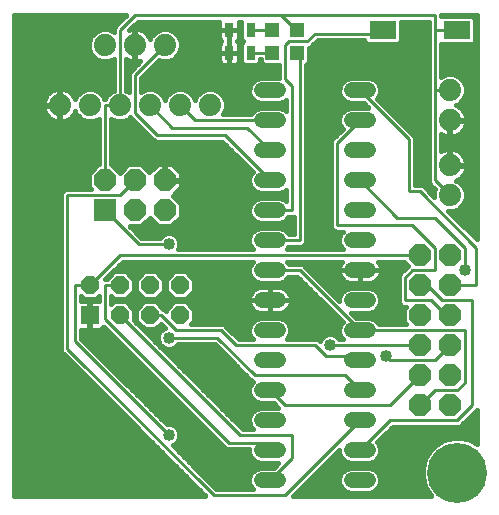
<source format=gbl>
G75*
%MOIN*%
%OFA0B0*%
%FSLAX25Y25*%
%IPPOS*%
%LPD*%
%AMOC8*
5,1,8,0,0,1.08239X$1,22.5*
%
%ADD10C,0.07400*%
%ADD11C,0.05200*%
%ADD12R,0.06000X0.06000*%
%ADD13OC8,0.06000*%
%ADD14R,0.07400X0.07400*%
%ADD15OC8,0.07400*%
%ADD16R,0.04724X0.04724*%
%ADD17R,0.03150X0.04724*%
%ADD18R,0.09055X0.06299*%
%ADD19C,0.01600*%
%ADD20C,0.04356*%
%ADD21C,0.01000*%
%ADD22C,0.04000*%
%ADD23C,0.20000*%
D10*
X0026800Y0148472D03*
X0036800Y0148472D03*
X0046800Y0148472D03*
X0056800Y0148472D03*
X0066800Y0148472D03*
X0076800Y0148472D03*
X0061800Y0168472D03*
X0051800Y0168472D03*
X0041800Y0168472D03*
X0156800Y0153472D03*
X0156800Y0143472D03*
X0156800Y0128472D03*
X0156800Y0118472D03*
D11*
X0129400Y0113472D02*
X0124200Y0113472D01*
X0124200Y0103472D02*
X0129400Y0103472D01*
X0129400Y0093472D02*
X0124200Y0093472D01*
X0124200Y0083472D02*
X0129400Y0083472D01*
X0129400Y0073472D02*
X0124200Y0073472D01*
X0124200Y0063472D02*
X0129400Y0063472D01*
X0129400Y0053472D02*
X0124200Y0053472D01*
X0124200Y0043472D02*
X0129400Y0043472D01*
X0129400Y0033472D02*
X0124200Y0033472D01*
X0124200Y0023472D02*
X0129400Y0023472D01*
X0099400Y0023472D02*
X0094200Y0023472D01*
X0094200Y0033472D02*
X0099400Y0033472D01*
X0099400Y0043472D02*
X0094200Y0043472D01*
X0094200Y0053472D02*
X0099400Y0053472D01*
X0099400Y0063472D02*
X0094200Y0063472D01*
X0094200Y0073472D02*
X0099400Y0073472D01*
X0099400Y0083472D02*
X0094200Y0083472D01*
X0094200Y0093472D02*
X0099400Y0093472D01*
X0099400Y0103472D02*
X0094200Y0103472D01*
X0094200Y0113472D02*
X0099400Y0113472D01*
X0099400Y0123472D02*
X0094200Y0123472D01*
X0094200Y0133472D02*
X0099400Y0133472D01*
X0099400Y0143472D02*
X0094200Y0143472D01*
X0094200Y0153472D02*
X0099400Y0153472D01*
X0124200Y0153472D02*
X0129400Y0153472D01*
X0129400Y0143472D02*
X0124200Y0143472D01*
X0124200Y0133472D02*
X0129400Y0133472D01*
X0129400Y0123472D02*
X0124200Y0123472D01*
D12*
X0036800Y0078472D03*
D13*
X0036800Y0088472D03*
X0046800Y0088472D03*
X0046800Y0078472D03*
X0056800Y0078472D03*
X0056800Y0088472D03*
X0066800Y0088472D03*
X0066800Y0078472D03*
D14*
X0041800Y0113472D03*
D15*
X0041800Y0123472D03*
X0051800Y0123472D03*
X0051800Y0113472D03*
X0061800Y0113472D03*
X0061800Y0123472D03*
X0146800Y0098472D03*
X0146800Y0088472D03*
X0146800Y0078472D03*
X0156800Y0078472D03*
X0156800Y0088472D03*
X0156800Y0098472D03*
X0156800Y0068472D03*
X0156800Y0058472D03*
X0156800Y0048472D03*
X0146800Y0048472D03*
X0146800Y0058472D03*
X0146800Y0068472D03*
D16*
X0105934Y0165972D03*
X0105934Y0173472D03*
X0097666Y0173472D03*
X0097666Y0165972D03*
D17*
X0090343Y0165972D03*
X0083257Y0165972D03*
X0083257Y0173472D03*
X0090343Y0173472D03*
D18*
X0134398Y0173472D03*
X0159202Y0173472D03*
D19*
X0011600Y0178633D02*
X0011600Y0018272D01*
X0075280Y0018272D01*
X0028430Y0065122D01*
X0027200Y0066353D01*
X0027200Y0117603D01*
X0027200Y0119342D01*
X0028430Y0120572D01*
X0037205Y0120572D01*
X0036500Y0121277D01*
X0036500Y0125668D01*
X0039605Y0128772D01*
X0039700Y0128772D01*
X0039700Y0143937D01*
X0037854Y0143172D01*
X0035746Y0143172D01*
X0033798Y0143979D01*
X0032307Y0145470D01*
X0031915Y0146416D01*
X0031897Y0146361D01*
X0031504Y0145590D01*
X0030995Y0144889D01*
X0030383Y0144277D01*
X0029683Y0143768D01*
X0028911Y0143375D01*
X0028088Y0143108D01*
X0027233Y0142972D01*
X0027000Y0142972D01*
X0027000Y0148272D01*
X0026600Y0148272D01*
X0026600Y0142972D01*
X0026367Y0142972D01*
X0025512Y0143108D01*
X0024689Y0143375D01*
X0023917Y0143768D01*
X0023217Y0144277D01*
X0022605Y0144889D01*
X0022096Y0145590D01*
X0021703Y0146361D01*
X0021435Y0147185D01*
X0021300Y0148040D01*
X0021300Y0148272D01*
X0026600Y0148272D01*
X0026600Y0148672D01*
X0021300Y0148672D01*
X0021300Y0148905D01*
X0021435Y0149760D01*
X0021703Y0150584D01*
X0022096Y0151355D01*
X0022605Y0152055D01*
X0023217Y0152668D01*
X0023917Y0153176D01*
X0024689Y0153569D01*
X0025512Y0153837D01*
X0026367Y0153972D01*
X0026600Y0153972D01*
X0026600Y0148673D01*
X0027000Y0148673D01*
X0027000Y0153972D01*
X0027233Y0153972D01*
X0028088Y0153837D01*
X0028911Y0153569D01*
X0029683Y0153176D01*
X0030383Y0152668D01*
X0030995Y0152055D01*
X0031504Y0151355D01*
X0031897Y0150584D01*
X0031915Y0150528D01*
X0032307Y0151475D01*
X0033798Y0152966D01*
X0035746Y0153772D01*
X0037854Y0153772D01*
X0039802Y0152966D01*
X0041293Y0151475D01*
X0041667Y0150572D01*
X0041933Y0150572D01*
X0042307Y0151475D01*
X0043798Y0152966D01*
X0044700Y0153339D01*
X0044700Y0163937D01*
X0042854Y0163172D01*
X0040746Y0163172D01*
X0038798Y0163979D01*
X0037307Y0165470D01*
X0036500Y0167418D01*
X0036500Y0169527D01*
X0037307Y0171475D01*
X0038798Y0172966D01*
X0040746Y0173772D01*
X0042854Y0173772D01*
X0044700Y0173008D01*
X0044700Y0174342D01*
X0045930Y0175572D01*
X0045930Y0175572D01*
X0048991Y0178633D01*
X0011600Y0178633D01*
X0011600Y0178324D02*
X0048681Y0178324D01*
X0047083Y0176725D02*
X0011600Y0176725D01*
X0011600Y0175127D02*
X0045484Y0175127D01*
X0044700Y0173528D02*
X0043444Y0173528D01*
X0040156Y0173528D02*
X0011600Y0173528D01*
X0011600Y0171930D02*
X0037762Y0171930D01*
X0036833Y0170331D02*
X0011600Y0170331D01*
X0011600Y0168733D02*
X0036500Y0168733D01*
X0036618Y0167134D02*
X0011600Y0167134D01*
X0011600Y0165535D02*
X0037280Y0165535D01*
X0038900Y0163937D02*
X0011600Y0163937D01*
X0011600Y0162338D02*
X0044700Y0162338D01*
X0044700Y0160740D02*
X0011600Y0160740D01*
X0011600Y0159141D02*
X0044700Y0159141D01*
X0044700Y0157543D02*
X0011600Y0157543D01*
X0011600Y0155944D02*
X0044700Y0155944D01*
X0044700Y0154346D02*
X0011600Y0154346D01*
X0011600Y0152747D02*
X0023327Y0152747D01*
X0021991Y0151149D02*
X0011600Y0151149D01*
X0011600Y0149550D02*
X0021402Y0149550D01*
X0021314Y0147952D02*
X0011600Y0147952D01*
X0011600Y0146353D02*
X0021707Y0146353D01*
X0022739Y0144755D02*
X0011600Y0144755D01*
X0011600Y0143156D02*
X0025363Y0143156D01*
X0026600Y0143156D02*
X0027000Y0143156D01*
X0028237Y0143156D02*
X0039700Y0143156D01*
X0039700Y0141558D02*
X0011600Y0141558D01*
X0011600Y0139959D02*
X0039700Y0139959D01*
X0039700Y0138361D02*
X0011600Y0138361D01*
X0011600Y0136762D02*
X0039700Y0136762D01*
X0039700Y0135164D02*
X0011600Y0135164D01*
X0011600Y0133565D02*
X0039700Y0133565D01*
X0039700Y0131967D02*
X0011600Y0131967D01*
X0011600Y0130368D02*
X0039700Y0130368D01*
X0039602Y0128770D02*
X0011600Y0128770D01*
X0011600Y0127171D02*
X0038003Y0127171D01*
X0036500Y0125573D02*
X0011600Y0125573D01*
X0011600Y0123974D02*
X0036500Y0123974D01*
X0036500Y0122376D02*
X0011600Y0122376D01*
X0011600Y0120777D02*
X0037000Y0120777D01*
X0043900Y0128772D02*
X0043900Y0143937D01*
X0045746Y0143172D01*
X0047854Y0143172D01*
X0049802Y0143979D01*
X0050313Y0144490D01*
X0050930Y0143872D01*
X0058430Y0136372D01*
X0080930Y0136372D01*
X0091045Y0126257D01*
X0090639Y0125852D01*
X0090000Y0124308D01*
X0090000Y0122637D01*
X0090639Y0121093D01*
X0091821Y0119912D01*
X0093365Y0119272D01*
X0100235Y0119272D01*
X0101779Y0119912D01*
X0102200Y0120333D01*
X0102200Y0116612D01*
X0101779Y0117033D01*
X0100235Y0117672D01*
X0093365Y0117672D01*
X0091821Y0117033D01*
X0090639Y0115852D01*
X0090000Y0114308D01*
X0090000Y0112637D01*
X0090639Y0111093D01*
X0091821Y0109912D01*
X0093365Y0109272D01*
X0100235Y0109272D01*
X0101779Y0109912D01*
X0102961Y0111093D01*
X0103076Y0111372D01*
X0104700Y0111372D01*
X0104700Y0105572D01*
X0103076Y0105572D01*
X0102961Y0105852D01*
X0101779Y0107033D01*
X0100235Y0107672D01*
X0093365Y0107672D01*
X0091821Y0107033D01*
X0090639Y0105852D01*
X0090000Y0104308D01*
X0090000Y0102637D01*
X0090639Y0101093D01*
X0091160Y0100572D01*
X0066263Y0100572D01*
X0066650Y0101506D01*
X0066650Y0102939D01*
X0066102Y0104262D01*
X0065089Y0105274D01*
X0063766Y0105822D01*
X0062334Y0105822D01*
X0061011Y0105274D01*
X0060059Y0104322D01*
X0053920Y0104322D01*
X0050070Y0108172D01*
X0053995Y0108172D01*
X0056800Y0110977D01*
X0059605Y0108172D01*
X0063995Y0108172D01*
X0067100Y0111277D01*
X0067100Y0115668D01*
X0064437Y0118331D01*
X0067300Y0121194D01*
X0067300Y0123272D01*
X0062000Y0123272D01*
X0062000Y0123672D01*
X0067300Y0123672D01*
X0067300Y0125751D01*
X0064078Y0128972D01*
X0062000Y0128972D01*
X0062000Y0123673D01*
X0061600Y0123673D01*
X0061600Y0128972D01*
X0059522Y0128972D01*
X0056659Y0126109D01*
X0053995Y0128772D01*
X0049605Y0128772D01*
X0046800Y0125968D01*
X0043995Y0128772D01*
X0043900Y0128772D01*
X0043998Y0128770D02*
X0049602Y0128770D01*
X0048003Y0127171D02*
X0045597Y0127171D01*
X0043900Y0130368D02*
X0086934Y0130368D01*
X0085336Y0131967D02*
X0043900Y0131967D01*
X0043900Y0133565D02*
X0083737Y0133565D01*
X0082139Y0135164D02*
X0043900Y0135164D01*
X0043900Y0136762D02*
X0058040Y0136762D01*
X0056442Y0138361D02*
X0043900Y0138361D01*
X0043900Y0139959D02*
X0054843Y0139959D01*
X0053245Y0141558D02*
X0043900Y0141558D01*
X0043900Y0143156D02*
X0051646Y0143156D01*
X0049700Y0153008D02*
X0049700Y0157603D01*
X0049700Y0159342D01*
X0053647Y0163290D01*
X0053088Y0163108D01*
X0052233Y0162972D01*
X0052000Y0162972D01*
X0052000Y0168272D01*
X0051600Y0168272D01*
X0051600Y0162972D01*
X0051367Y0162972D01*
X0050512Y0163108D01*
X0049689Y0163375D01*
X0048917Y0163768D01*
X0048900Y0163781D01*
X0048900Y0153339D01*
X0049700Y0153008D01*
X0049700Y0154346D02*
X0048900Y0154346D01*
X0048900Y0155944D02*
X0049700Y0155944D01*
X0049700Y0157543D02*
X0048900Y0157543D01*
X0048900Y0159141D02*
X0049700Y0159141D01*
X0048900Y0160740D02*
X0051098Y0160740D01*
X0052696Y0162338D02*
X0048900Y0162338D01*
X0051600Y0163937D02*
X0052000Y0163937D01*
X0052000Y0165535D02*
X0051600Y0165535D01*
X0051600Y0167134D02*
X0052000Y0167134D01*
X0052000Y0168673D02*
X0051600Y0168673D01*
X0051600Y0173972D01*
X0051367Y0173972D01*
X0050512Y0173837D01*
X0049953Y0173655D01*
X0052670Y0176372D01*
X0079963Y0176372D01*
X0079882Y0176072D01*
X0079882Y0173472D01*
X0079882Y0170873D01*
X0080005Y0170415D01*
X0080242Y0170005D01*
X0080524Y0169722D01*
X0080242Y0169440D01*
X0080005Y0169029D01*
X0079882Y0168572D01*
X0079882Y0165972D01*
X0079882Y0163373D01*
X0080005Y0162915D01*
X0080242Y0162505D01*
X0080577Y0162170D01*
X0080987Y0161933D01*
X0081445Y0161810D01*
X0083257Y0161810D01*
X0085068Y0161810D01*
X0085526Y0161933D01*
X0085937Y0162170D01*
X0086272Y0162505D01*
X0086509Y0162915D01*
X0086631Y0163373D01*
X0086631Y0165972D01*
X0083257Y0165972D01*
X0083257Y0161810D01*
X0083257Y0165972D01*
X0083257Y0165972D01*
X0083257Y0165972D01*
X0086631Y0165972D01*
X0086631Y0168572D01*
X0086509Y0169029D01*
X0086272Y0169440D01*
X0085989Y0169722D01*
X0086272Y0170005D01*
X0086509Y0170415D01*
X0086631Y0170873D01*
X0086631Y0173472D01*
X0083257Y0173472D01*
X0083257Y0165973D01*
X0083257Y0165973D01*
X0083257Y0170135D01*
X0083257Y0173472D01*
X0083257Y0173472D01*
X0083257Y0173472D01*
X0086631Y0173472D01*
X0086631Y0176072D01*
X0086551Y0176372D01*
X0087169Y0176372D01*
X0087169Y0170447D01*
X0087894Y0169722D01*
X0087169Y0168997D01*
X0087169Y0162947D01*
X0088106Y0162010D01*
X0092581Y0162010D01*
X0093518Y0162947D01*
X0093518Y0163872D01*
X0093704Y0163872D01*
X0093704Y0162947D01*
X0094641Y0162010D01*
X0099700Y0162010D01*
X0099700Y0157672D01*
X0093365Y0157672D01*
X0091821Y0157033D01*
X0090639Y0155852D01*
X0090000Y0154308D01*
X0090000Y0152637D01*
X0090639Y0151093D01*
X0091821Y0149912D01*
X0093365Y0149272D01*
X0100235Y0149272D01*
X0101779Y0149912D01*
X0102200Y0150333D01*
X0102200Y0146612D01*
X0101779Y0147033D01*
X0100235Y0147672D01*
X0093365Y0147672D01*
X0091821Y0147033D01*
X0090639Y0145852D01*
X0090524Y0145572D01*
X0081335Y0145572D01*
X0082100Y0147418D01*
X0082100Y0149527D01*
X0081293Y0151475D01*
X0079802Y0152966D01*
X0077854Y0153772D01*
X0075746Y0153772D01*
X0073798Y0152966D01*
X0072307Y0151475D01*
X0071800Y0150251D01*
X0071293Y0151475D01*
X0069802Y0152966D01*
X0067854Y0153772D01*
X0065746Y0153772D01*
X0063798Y0152966D01*
X0062307Y0151475D01*
X0061800Y0150251D01*
X0061293Y0151475D01*
X0059802Y0152966D01*
X0057854Y0153772D01*
X0055746Y0153772D01*
X0053900Y0153008D01*
X0053900Y0157603D01*
X0059844Y0163546D01*
X0060746Y0163172D01*
X0062854Y0163172D01*
X0064802Y0163979D01*
X0066293Y0165470D01*
X0067100Y0167418D01*
X0067100Y0169527D01*
X0066293Y0171475D01*
X0064802Y0172966D01*
X0062854Y0173772D01*
X0060746Y0173772D01*
X0058798Y0172966D01*
X0057307Y0171475D01*
X0056915Y0170528D01*
X0056897Y0170584D01*
X0056504Y0171355D01*
X0055995Y0172055D01*
X0055383Y0172668D01*
X0054683Y0173176D01*
X0053911Y0173569D01*
X0053088Y0173837D01*
X0052233Y0173972D01*
X0052000Y0173972D01*
X0052000Y0168673D01*
X0052000Y0168733D02*
X0051600Y0168733D01*
X0051600Y0170331D02*
X0052000Y0170331D01*
X0052000Y0171930D02*
X0051600Y0171930D01*
X0051600Y0173528D02*
X0052000Y0173528D01*
X0051424Y0175127D02*
X0079882Y0175127D01*
X0079882Y0173528D02*
X0063444Y0173528D01*
X0065838Y0171930D02*
X0079882Y0171930D01*
X0079882Y0173472D02*
X0083257Y0173472D01*
X0083257Y0173472D01*
X0079882Y0173472D01*
X0080053Y0170331D02*
X0066767Y0170331D01*
X0067100Y0168733D02*
X0079925Y0168733D01*
X0079882Y0167134D02*
X0066982Y0167134D01*
X0066320Y0165535D02*
X0079882Y0165535D01*
X0079882Y0165972D02*
X0083257Y0165972D01*
X0083257Y0165972D01*
X0079882Y0165972D01*
X0079882Y0163937D02*
X0064700Y0163937D01*
X0058636Y0162338D02*
X0080408Y0162338D01*
X0083257Y0162338D02*
X0083257Y0162338D01*
X0083257Y0163937D02*
X0083257Y0163937D01*
X0083257Y0165535D02*
X0083257Y0165535D01*
X0083257Y0167134D02*
X0083257Y0167134D01*
X0083257Y0168733D02*
X0083257Y0168733D01*
X0083257Y0170331D02*
X0083257Y0170331D01*
X0083257Y0171930D02*
X0083257Y0171930D01*
X0086631Y0171930D02*
X0087169Y0171930D01*
X0087169Y0173528D02*
X0086631Y0173528D01*
X0086631Y0175127D02*
X0087169Y0175127D01*
X0087285Y0170331D02*
X0086460Y0170331D01*
X0086588Y0168733D02*
X0087169Y0168733D01*
X0087169Y0167134D02*
X0086631Y0167134D01*
X0086631Y0165535D02*
X0087169Y0165535D01*
X0087169Y0163937D02*
X0086631Y0163937D01*
X0086105Y0162338D02*
X0087778Y0162338D01*
X0092909Y0162338D02*
X0094313Y0162338D01*
X0093052Y0157543D02*
X0053900Y0157543D01*
X0053900Y0155944D02*
X0090732Y0155944D01*
X0090016Y0154346D02*
X0053900Y0154346D01*
X0055439Y0159141D02*
X0099700Y0159141D01*
X0099700Y0160740D02*
X0057037Y0160740D01*
X0060020Y0152747D02*
X0063580Y0152747D01*
X0062172Y0151149D02*
X0061428Y0151149D01*
X0070020Y0152747D02*
X0073580Y0152747D01*
X0072172Y0151149D02*
X0071428Y0151149D01*
X0080020Y0152747D02*
X0090000Y0152747D01*
X0090616Y0151149D02*
X0081428Y0151149D01*
X0082090Y0149550D02*
X0092694Y0149550D01*
X0091141Y0146353D02*
X0081659Y0146353D01*
X0082100Y0147952D02*
X0102200Y0147952D01*
X0102200Y0149550D02*
X0100906Y0149550D01*
X0108900Y0149550D02*
X0122694Y0149550D01*
X0123365Y0149272D02*
X0121821Y0149912D01*
X0120639Y0151093D01*
X0120000Y0152637D01*
X0120000Y0154308D01*
X0120639Y0155852D01*
X0121821Y0157033D01*
X0123365Y0157672D01*
X0130235Y0157672D01*
X0131779Y0157033D01*
X0132961Y0155852D01*
X0133600Y0154308D01*
X0133600Y0152637D01*
X0132961Y0151093D01*
X0132555Y0150688D01*
X0143920Y0139322D01*
X0145150Y0138092D01*
X0145150Y0121822D01*
X0147670Y0121822D01*
X0151500Y0117992D01*
X0151500Y0119527D01*
X0151874Y0120429D01*
X0150930Y0121372D01*
X0149700Y0122603D01*
X0149700Y0176372D01*
X0140526Y0176372D01*
X0140526Y0169660D01*
X0139589Y0168723D01*
X0129208Y0168723D01*
X0128271Y0169660D01*
X0128271Y0170122D01*
X0112670Y0170122D01*
X0111400Y0168853D01*
X0110170Y0167622D01*
X0109896Y0167622D01*
X0109896Y0162947D01*
X0108959Y0162010D01*
X0108900Y0162010D01*
X0108900Y0102603D01*
X0107670Y0101372D01*
X0103076Y0101372D01*
X0102961Y0101093D01*
X0102440Y0100572D01*
X0121160Y0100572D01*
X0120639Y0101093D01*
X0120000Y0102637D01*
X0120000Y0104308D01*
X0120639Y0105852D01*
X0121160Y0106372D01*
X0118430Y0106372D01*
X0117200Y0107603D01*
X0117200Y0136842D01*
X0118430Y0138072D01*
X0121045Y0140688D01*
X0120639Y0141093D01*
X0120000Y0142637D01*
X0120000Y0144308D01*
X0120639Y0145852D01*
X0121821Y0147033D01*
X0123365Y0147672D01*
X0129630Y0147672D01*
X0128030Y0149272D01*
X0123365Y0149272D01*
X0120616Y0151149D02*
X0108900Y0151149D01*
X0108900Y0152747D02*
X0120000Y0152747D01*
X0120016Y0154346D02*
X0108900Y0154346D01*
X0108900Y0155944D02*
X0120732Y0155944D01*
X0123052Y0157543D02*
X0108900Y0157543D01*
X0108900Y0159141D02*
X0149700Y0159141D01*
X0149700Y0157543D02*
X0130548Y0157543D01*
X0132868Y0155944D02*
X0149700Y0155944D01*
X0149700Y0154346D02*
X0133584Y0154346D01*
X0133600Y0152747D02*
X0149700Y0152747D01*
X0149700Y0151149D02*
X0132984Y0151149D01*
X0133692Y0149550D02*
X0149700Y0149550D01*
X0149700Y0147952D02*
X0135290Y0147952D01*
X0136889Y0146353D02*
X0149700Y0146353D01*
X0149700Y0144755D02*
X0138487Y0144755D01*
X0140086Y0143156D02*
X0149700Y0143156D01*
X0149700Y0141558D02*
X0141684Y0141558D01*
X0143283Y0139959D02*
X0149700Y0139959D01*
X0149700Y0138361D02*
X0144881Y0138361D01*
X0145150Y0136762D02*
X0149700Y0136762D01*
X0149700Y0135164D02*
X0145150Y0135164D01*
X0145150Y0133565D02*
X0149700Y0133565D01*
X0149700Y0131967D02*
X0145150Y0131967D01*
X0145150Y0130368D02*
X0149700Y0130368D01*
X0149700Y0128770D02*
X0145150Y0128770D01*
X0145150Y0127171D02*
X0149700Y0127171D01*
X0149700Y0125573D02*
X0145150Y0125573D01*
X0145150Y0123974D02*
X0149700Y0123974D01*
X0149927Y0122376D02*
X0145150Y0122376D01*
X0148715Y0120777D02*
X0151525Y0120777D01*
X0151500Y0119179D02*
X0150314Y0119179D01*
X0156320Y0113172D02*
X0157854Y0113172D01*
X0159802Y0113979D01*
X0161293Y0115470D01*
X0162100Y0117418D01*
X0162100Y0119527D01*
X0161293Y0121475D01*
X0159802Y0122966D01*
X0158856Y0123357D01*
X0158911Y0123375D01*
X0159683Y0123768D01*
X0160383Y0124277D01*
X0160995Y0124889D01*
X0161504Y0125590D01*
X0161897Y0126361D01*
X0162165Y0127185D01*
X0162300Y0128040D01*
X0162300Y0128272D01*
X0157000Y0128272D01*
X0157000Y0128672D01*
X0162300Y0128672D01*
X0162300Y0128905D01*
X0162165Y0129760D01*
X0161897Y0130584D01*
X0161504Y0131355D01*
X0160995Y0132055D01*
X0160383Y0132668D01*
X0159683Y0133176D01*
X0158911Y0133569D01*
X0158088Y0133837D01*
X0157233Y0133972D01*
X0157000Y0133972D01*
X0157000Y0128673D01*
X0156600Y0128673D01*
X0156600Y0133972D01*
X0156367Y0133972D01*
X0155512Y0133837D01*
X0154689Y0133569D01*
X0153917Y0133176D01*
X0153900Y0133164D01*
X0153900Y0138781D01*
X0153917Y0138768D01*
X0154689Y0138375D01*
X0155512Y0138108D01*
X0156367Y0137972D01*
X0156600Y0137972D01*
X0156600Y0143272D01*
X0157000Y0143272D01*
X0157000Y0137972D01*
X0157233Y0137972D01*
X0158088Y0138108D01*
X0158911Y0138375D01*
X0159683Y0138768D01*
X0160383Y0139277D01*
X0160995Y0139889D01*
X0161504Y0140590D01*
X0161897Y0141361D01*
X0162165Y0142185D01*
X0162300Y0143040D01*
X0162300Y0143272D01*
X0157000Y0143272D01*
X0157000Y0143672D01*
X0162300Y0143672D01*
X0162300Y0143905D01*
X0162165Y0144760D01*
X0161897Y0145584D01*
X0161504Y0146355D01*
X0160995Y0147055D01*
X0160383Y0147668D01*
X0159683Y0148176D01*
X0158911Y0148569D01*
X0158856Y0148587D01*
X0159802Y0148979D01*
X0161293Y0150470D01*
X0162100Y0152418D01*
X0162100Y0154527D01*
X0161293Y0156475D01*
X0159802Y0157966D01*
X0157854Y0158772D01*
X0155746Y0158772D01*
X0153900Y0158008D01*
X0153900Y0168834D01*
X0154011Y0168723D01*
X0164392Y0168723D01*
X0165329Y0169660D01*
X0165329Y0177285D01*
X0164392Y0178222D01*
X0154011Y0178222D01*
X0153900Y0178111D01*
X0153900Y0178633D01*
X0165701Y0178633D01*
X0165701Y0103791D01*
X0156320Y0113172D01*
X0156708Y0112785D02*
X0165701Y0112785D01*
X0165701Y0114383D02*
X0160206Y0114383D01*
X0161505Y0115982D02*
X0165701Y0115982D01*
X0165701Y0117580D02*
X0162100Y0117580D01*
X0162100Y0119179D02*
X0165701Y0119179D01*
X0165701Y0120777D02*
X0161582Y0120777D01*
X0160392Y0122376D02*
X0165701Y0122376D01*
X0165701Y0123974D02*
X0159966Y0123974D01*
X0161492Y0125573D02*
X0165701Y0125573D01*
X0165701Y0127171D02*
X0162160Y0127171D01*
X0162300Y0128770D02*
X0165701Y0128770D01*
X0165701Y0130368D02*
X0161967Y0130368D01*
X0161060Y0131967D02*
X0165701Y0131967D01*
X0165701Y0133565D02*
X0158920Y0133565D01*
X0157000Y0133565D02*
X0156600Y0133565D01*
X0156600Y0131967D02*
X0157000Y0131967D01*
X0157000Y0130368D02*
X0156600Y0130368D01*
X0156600Y0128770D02*
X0157000Y0128770D01*
X0154680Y0133565D02*
X0153900Y0133565D01*
X0153900Y0135164D02*
X0165701Y0135164D01*
X0165701Y0136762D02*
X0153900Y0136762D01*
X0153900Y0138361D02*
X0154734Y0138361D01*
X0156600Y0138361D02*
X0157000Y0138361D01*
X0157000Y0139959D02*
X0156600Y0139959D01*
X0156600Y0141558D02*
X0157000Y0141558D01*
X0157000Y0143156D02*
X0156600Y0143156D01*
X0159992Y0147952D02*
X0165701Y0147952D01*
X0165701Y0149550D02*
X0160373Y0149550D01*
X0161574Y0151149D02*
X0165701Y0151149D01*
X0165701Y0152747D02*
X0162100Y0152747D01*
X0162100Y0154346D02*
X0165701Y0154346D01*
X0165701Y0155944D02*
X0161513Y0155944D01*
X0160225Y0157543D02*
X0165701Y0157543D01*
X0165701Y0159141D02*
X0153900Y0159141D01*
X0153900Y0160740D02*
X0165701Y0160740D01*
X0165701Y0162338D02*
X0153900Y0162338D01*
X0153900Y0163937D02*
X0165701Y0163937D01*
X0165701Y0165535D02*
X0153900Y0165535D01*
X0153900Y0167134D02*
X0165701Y0167134D01*
X0165701Y0168733D02*
X0164402Y0168733D01*
X0165329Y0170331D02*
X0165701Y0170331D01*
X0165701Y0171930D02*
X0165329Y0171930D01*
X0165329Y0173528D02*
X0165701Y0173528D01*
X0165701Y0175127D02*
X0165329Y0175127D01*
X0165329Y0176725D02*
X0165701Y0176725D01*
X0165701Y0178324D02*
X0153900Y0178324D01*
X0149700Y0175127D02*
X0140526Y0175127D01*
X0140526Y0173528D02*
X0149700Y0173528D01*
X0149700Y0171930D02*
X0140526Y0171930D01*
X0140526Y0170331D02*
X0149700Y0170331D01*
X0149700Y0168733D02*
X0139598Y0168733D01*
X0149700Y0167134D02*
X0109896Y0167134D01*
X0109896Y0165535D02*
X0149700Y0165535D01*
X0149700Y0163937D02*
X0109896Y0163937D01*
X0109287Y0162338D02*
X0149700Y0162338D01*
X0149700Y0160740D02*
X0108900Y0160740D01*
X0111280Y0168733D02*
X0129198Y0168733D01*
X0129351Y0147952D02*
X0108900Y0147952D01*
X0108900Y0146353D02*
X0121141Y0146353D01*
X0120185Y0144755D02*
X0108900Y0144755D01*
X0108900Y0143156D02*
X0120000Y0143156D01*
X0120447Y0141558D02*
X0108900Y0141558D01*
X0108900Y0139959D02*
X0120317Y0139959D01*
X0118719Y0138361D02*
X0108900Y0138361D01*
X0108900Y0136762D02*
X0117200Y0136762D01*
X0117200Y0135164D02*
X0108900Y0135164D01*
X0108900Y0133565D02*
X0117200Y0133565D01*
X0117200Y0131967D02*
X0108900Y0131967D01*
X0108900Y0130368D02*
X0117200Y0130368D01*
X0117200Y0128770D02*
X0108900Y0128770D01*
X0108900Y0127171D02*
X0117200Y0127171D01*
X0117200Y0125573D02*
X0108900Y0125573D01*
X0108900Y0123974D02*
X0117200Y0123974D01*
X0117200Y0122376D02*
X0108900Y0122376D01*
X0108900Y0120777D02*
X0117200Y0120777D01*
X0117200Y0119179D02*
X0108900Y0119179D01*
X0108900Y0117580D02*
X0117200Y0117580D01*
X0117200Y0115982D02*
X0108900Y0115982D01*
X0108900Y0114383D02*
X0117200Y0114383D01*
X0117200Y0112785D02*
X0108900Y0112785D01*
X0108900Y0111186D02*
X0117200Y0111186D01*
X0117200Y0109588D02*
X0108900Y0109588D01*
X0108900Y0107989D02*
X0117200Y0107989D01*
X0118412Y0106391D02*
X0108900Y0106391D01*
X0108900Y0104792D02*
X0120201Y0104792D01*
X0120000Y0103194D02*
X0108900Y0103194D01*
X0107892Y0101595D02*
X0120432Y0101595D01*
X0120877Y0096372D02*
X0120844Y0096339D01*
X0120437Y0095779D01*
X0120122Y0095161D01*
X0119908Y0094503D01*
X0119800Y0093819D01*
X0119800Y0093472D01*
X0119800Y0093126D01*
X0119908Y0092442D01*
X0120122Y0091783D01*
X0120437Y0091166D01*
X0120844Y0090606D01*
X0121334Y0090116D01*
X0121894Y0089709D01*
X0122511Y0089395D01*
X0123170Y0089181D01*
X0123854Y0089072D01*
X0126800Y0089072D01*
X0129746Y0089072D01*
X0130430Y0089181D01*
X0131089Y0089395D01*
X0131706Y0089709D01*
X0132266Y0090116D01*
X0132756Y0090606D01*
X0133163Y0091166D01*
X0133478Y0091783D01*
X0133692Y0092442D01*
X0133800Y0093126D01*
X0133800Y0093472D01*
X0126800Y0093472D01*
X0126800Y0089072D01*
X0126800Y0093472D01*
X0126800Y0093472D01*
X0119800Y0093472D01*
X0126800Y0093472D01*
X0126800Y0093472D01*
X0126800Y0093472D01*
X0133800Y0093472D01*
X0133800Y0093819D01*
X0133692Y0094503D01*
X0133478Y0095161D01*
X0133163Y0095779D01*
X0132756Y0096339D01*
X0132723Y0096372D01*
X0141500Y0096372D01*
X0141500Y0096277D01*
X0142817Y0094960D01*
X0140930Y0093072D01*
X0139700Y0091842D01*
X0139700Y0082603D01*
X0140930Y0081372D01*
X0142205Y0081372D01*
X0141500Y0080668D01*
X0141500Y0076277D01*
X0142205Y0075572D01*
X0133076Y0075572D01*
X0132961Y0075852D01*
X0131779Y0077033D01*
X0130235Y0077672D01*
X0125570Y0077672D01*
X0123970Y0079272D01*
X0130235Y0079272D01*
X0131779Y0079912D01*
X0132961Y0081093D01*
X0133600Y0082637D01*
X0133600Y0084308D01*
X0132961Y0085852D01*
X0131779Y0087033D01*
X0130235Y0087672D01*
X0123365Y0087672D01*
X0121821Y0087033D01*
X0120639Y0085852D01*
X0120000Y0084308D01*
X0120000Y0083242D01*
X0108900Y0094342D01*
X0107670Y0095572D01*
X0103076Y0095572D01*
X0102961Y0095852D01*
X0102440Y0096372D01*
X0120877Y0096372D01*
X0120143Y0095201D02*
X0108041Y0095201D01*
X0109640Y0093602D02*
X0119800Y0093602D01*
X0120051Y0092004D02*
X0111238Y0092004D01*
X0112837Y0090405D02*
X0121044Y0090405D01*
X0122244Y0087208D02*
X0116034Y0087208D01*
X0117632Y0085610D02*
X0120539Y0085610D01*
X0120000Y0084011D02*
X0119231Y0084011D01*
X0116488Y0080814D02*
X0102907Y0080814D01*
X0102756Y0080606D02*
X0103163Y0081166D01*
X0103478Y0081783D01*
X0103692Y0082442D01*
X0103800Y0083126D01*
X0103800Y0083472D01*
X0096800Y0083472D01*
X0096800Y0079072D01*
X0099746Y0079072D01*
X0100430Y0079181D01*
X0101089Y0079395D01*
X0101706Y0079709D01*
X0102266Y0080116D01*
X0102756Y0080606D01*
X0103682Y0082413D02*
X0114890Y0082413D01*
X0113291Y0084011D02*
X0103769Y0084011D01*
X0103800Y0083819D02*
X0103692Y0084503D01*
X0103478Y0085161D01*
X0103163Y0085779D01*
X0102756Y0086339D01*
X0102266Y0086829D01*
X0101706Y0087236D01*
X0101089Y0087550D01*
X0100430Y0087764D01*
X0099746Y0087872D01*
X0096800Y0087872D01*
X0093854Y0087872D01*
X0093170Y0087764D01*
X0092511Y0087550D01*
X0091894Y0087236D01*
X0091334Y0086829D01*
X0090844Y0086339D01*
X0090437Y0085779D01*
X0090122Y0085161D01*
X0089908Y0084503D01*
X0089800Y0083819D01*
X0089800Y0083472D01*
X0089800Y0083126D01*
X0089908Y0082442D01*
X0090122Y0081783D01*
X0090437Y0081166D01*
X0090844Y0080606D01*
X0091334Y0080116D01*
X0091894Y0079709D01*
X0092511Y0079395D01*
X0093170Y0079181D01*
X0093854Y0079072D01*
X0096800Y0079072D01*
X0096800Y0083472D01*
X0096800Y0083472D01*
X0089800Y0083472D01*
X0096800Y0083472D01*
X0096800Y0083472D01*
X0096800Y0083472D01*
X0103800Y0083472D01*
X0103800Y0083819D01*
X0103249Y0085610D02*
X0111693Y0085610D01*
X0110094Y0087208D02*
X0101744Y0087208D01*
X0100235Y0089272D02*
X0101779Y0089912D01*
X0102961Y0091093D01*
X0103076Y0091372D01*
X0105930Y0091372D01*
X0121045Y0076257D01*
X0120639Y0075852D01*
X0120000Y0074308D01*
X0120000Y0072637D01*
X0120639Y0071093D01*
X0121160Y0070572D01*
X0119791Y0070572D01*
X0118839Y0071524D01*
X0117516Y0072072D01*
X0116084Y0072072D01*
X0114761Y0071524D01*
X0113748Y0070512D01*
X0113450Y0069792D01*
X0112670Y0070572D01*
X0102440Y0070572D01*
X0102961Y0071093D01*
X0103600Y0072637D01*
X0103600Y0074308D01*
X0102961Y0075852D01*
X0101779Y0077033D01*
X0100235Y0077672D01*
X0093365Y0077672D01*
X0091821Y0077033D01*
X0090639Y0075852D01*
X0090000Y0074308D01*
X0090000Y0072637D01*
X0090639Y0071093D01*
X0091160Y0070572D01*
X0086420Y0070572D01*
X0082650Y0074342D01*
X0081420Y0075572D01*
X0070405Y0075572D01*
X0071400Y0076567D01*
X0071400Y0080378D01*
X0068705Y0083072D01*
X0064895Y0083072D01*
X0062200Y0080378D01*
X0062200Y0079792D01*
X0061420Y0080572D01*
X0061205Y0080572D01*
X0058705Y0083072D01*
X0054895Y0083072D01*
X0052200Y0080378D01*
X0052200Y0076567D01*
X0054895Y0073872D01*
X0058705Y0073872D01*
X0060443Y0075610D01*
X0061730Y0074322D01*
X0061011Y0074024D01*
X0059998Y0073012D01*
X0059450Y0071689D01*
X0059450Y0070256D01*
X0059998Y0068933D01*
X0061011Y0067921D01*
X0062334Y0067372D01*
X0063766Y0067372D01*
X0065089Y0067921D01*
X0066041Y0068872D01*
X0078430Y0068872D01*
X0090930Y0056372D01*
X0091160Y0056372D01*
X0090639Y0055852D01*
X0090000Y0054308D01*
X0090000Y0052637D01*
X0090639Y0051093D01*
X0091821Y0049912D01*
X0093365Y0049272D01*
X0098030Y0049272D01*
X0099630Y0047672D01*
X0093365Y0047672D01*
X0091821Y0047033D01*
X0090639Y0045852D01*
X0090000Y0044308D01*
X0090000Y0042637D01*
X0090639Y0041093D01*
X0091160Y0040572D01*
X0087670Y0040572D01*
X0051400Y0076842D01*
X0051400Y0080378D01*
X0048705Y0083072D01*
X0044895Y0083072D01*
X0043900Y0082078D01*
X0043900Y0084867D01*
X0044895Y0083872D01*
X0048705Y0083872D01*
X0051400Y0086567D01*
X0051400Y0090378D01*
X0048705Y0093072D01*
X0044895Y0093072D01*
X0042395Y0090572D01*
X0041870Y0090572D01*
X0047670Y0096372D01*
X0091160Y0096372D01*
X0090639Y0095852D01*
X0090000Y0094308D01*
X0090000Y0092637D01*
X0090639Y0091093D01*
X0091821Y0089912D01*
X0093365Y0089272D01*
X0100235Y0089272D01*
X0102273Y0090405D02*
X0106897Y0090405D01*
X0108496Y0088807D02*
X0071400Y0088807D01*
X0071400Y0090378D02*
X0071400Y0086567D01*
X0068705Y0083872D01*
X0064895Y0083872D01*
X0062200Y0086567D01*
X0062200Y0090378D01*
X0064895Y0093072D01*
X0068705Y0093072D01*
X0071400Y0090378D01*
X0071372Y0090405D02*
X0091327Y0090405D01*
X0090262Y0092004D02*
X0069774Y0092004D01*
X0071400Y0087208D02*
X0091856Y0087208D01*
X0090351Y0085610D02*
X0070443Y0085610D01*
X0068844Y0084011D02*
X0089831Y0084011D01*
X0089918Y0082413D02*
X0069365Y0082413D01*
X0070963Y0080814D02*
X0090692Y0080814D01*
X0093062Y0079216D02*
X0071400Y0079216D01*
X0071400Y0077617D02*
X0093232Y0077617D01*
X0090807Y0076019D02*
X0070852Y0076019D01*
X0064235Y0082413D02*
X0059365Y0082413D01*
X0058705Y0083872D02*
X0061400Y0086567D01*
X0061400Y0090378D01*
X0058705Y0093072D01*
X0054895Y0093072D01*
X0052200Y0090378D01*
X0052200Y0086567D01*
X0054895Y0083872D01*
X0058705Y0083872D01*
X0058844Y0084011D02*
X0064756Y0084011D01*
X0063157Y0085610D02*
X0060443Y0085610D01*
X0061400Y0087208D02*
X0062200Y0087208D01*
X0062200Y0088807D02*
X0061400Y0088807D01*
X0061372Y0090405D02*
X0062228Y0090405D01*
X0063826Y0092004D02*
X0059774Y0092004D01*
X0053826Y0092004D02*
X0049774Y0092004D01*
X0051372Y0090405D02*
X0052228Y0090405D01*
X0052200Y0088807D02*
X0051400Y0088807D01*
X0051400Y0087208D02*
X0052200Y0087208D01*
X0053157Y0085610D02*
X0050443Y0085610D01*
X0048844Y0084011D02*
X0054756Y0084011D01*
X0054235Y0082413D02*
X0049365Y0082413D01*
X0050963Y0080814D02*
X0052637Y0080814D01*
X0052200Y0079216D02*
X0051400Y0079216D01*
X0051400Y0077617D02*
X0052200Y0077617D01*
X0052223Y0076019D02*
X0052748Y0076019D01*
X0053822Y0074420D02*
X0054347Y0074420D01*
X0055420Y0072822D02*
X0059919Y0072822D01*
X0059450Y0071223D02*
X0057019Y0071223D01*
X0058617Y0069625D02*
X0059712Y0069625D01*
X0060216Y0068026D02*
X0060905Y0068026D01*
X0061814Y0066428D02*
X0080875Y0066428D01*
X0079276Y0068026D02*
X0065195Y0068026D01*
X0063413Y0064829D02*
X0082473Y0064829D01*
X0084072Y0063231D02*
X0065012Y0063231D01*
X0066610Y0061632D02*
X0085670Y0061632D01*
X0087269Y0060034D02*
X0068209Y0060034D01*
X0069807Y0058435D02*
X0088867Y0058435D01*
X0090466Y0056837D02*
X0071406Y0056837D01*
X0073004Y0055238D02*
X0090385Y0055238D01*
X0090000Y0053640D02*
X0074603Y0053640D01*
X0076201Y0052041D02*
X0090247Y0052041D01*
X0091290Y0050443D02*
X0077800Y0050443D01*
X0079398Y0048844D02*
X0098458Y0048844D01*
X0092334Y0047246D02*
X0080997Y0047246D01*
X0082595Y0045647D02*
X0090555Y0045647D01*
X0090000Y0044049D02*
X0084194Y0044049D01*
X0085792Y0042450D02*
X0090077Y0042450D01*
X0090881Y0040852D02*
X0087391Y0040852D01*
X0081595Y0034458D02*
X0065035Y0034458D01*
X0064370Y0035123D02*
X0065089Y0035421D01*
X0066102Y0036433D01*
X0066650Y0037756D01*
X0066650Y0039189D01*
X0066102Y0040512D01*
X0065089Y0041524D01*
X0063766Y0042072D01*
X0062420Y0042072D01*
X0033900Y0070592D01*
X0033900Y0073672D01*
X0036600Y0073672D01*
X0036600Y0078272D01*
X0037000Y0078272D01*
X0037000Y0073672D01*
X0040037Y0073672D01*
X0040495Y0073795D01*
X0040905Y0074032D01*
X0041240Y0074367D01*
X0041403Y0074649D01*
X0082180Y0033872D01*
X0090000Y0033872D01*
X0090000Y0032637D01*
X0090639Y0031093D01*
X0091821Y0029912D01*
X0093365Y0029272D01*
X0099630Y0029272D01*
X0098030Y0027672D01*
X0093365Y0027672D01*
X0091821Y0027033D01*
X0090639Y0025852D01*
X0090000Y0024308D01*
X0090000Y0022637D01*
X0090639Y0021093D01*
X0091160Y0020572D01*
X0078920Y0020572D01*
X0064370Y0035123D01*
X0065725Y0036056D02*
X0079997Y0036056D01*
X0078398Y0037655D02*
X0066608Y0037655D01*
X0066623Y0039253D02*
X0076799Y0039253D01*
X0075201Y0040852D02*
X0065762Y0040852D01*
X0062042Y0042450D02*
X0073602Y0042450D01*
X0072004Y0044049D02*
X0060444Y0044049D01*
X0058845Y0045647D02*
X0070405Y0045647D01*
X0068807Y0047246D02*
X0057247Y0047246D01*
X0055648Y0048844D02*
X0067208Y0048844D01*
X0065610Y0050443D02*
X0054050Y0050443D01*
X0052451Y0052041D02*
X0064011Y0052041D01*
X0062413Y0053640D02*
X0050853Y0053640D01*
X0049254Y0055238D02*
X0060814Y0055238D01*
X0059216Y0056837D02*
X0047656Y0056837D01*
X0046057Y0058435D02*
X0057617Y0058435D01*
X0056019Y0060034D02*
X0044459Y0060034D01*
X0042860Y0061632D02*
X0054420Y0061632D01*
X0052822Y0063231D02*
X0041262Y0063231D01*
X0039663Y0064829D02*
X0051223Y0064829D01*
X0049625Y0066428D02*
X0038064Y0066428D01*
X0036466Y0068026D02*
X0048026Y0068026D01*
X0046428Y0069625D02*
X0034867Y0069625D01*
X0033900Y0071223D02*
X0044829Y0071223D01*
X0043231Y0072822D02*
X0033900Y0072822D01*
X0036600Y0074420D02*
X0037000Y0074420D01*
X0037000Y0076019D02*
X0036600Y0076019D01*
X0036600Y0077617D02*
X0037000Y0077617D01*
X0037000Y0078673D02*
X0036600Y0078673D01*
X0036600Y0083272D01*
X0033900Y0083272D01*
X0033900Y0084867D01*
X0034895Y0083872D01*
X0038705Y0083872D01*
X0039700Y0084867D01*
X0039700Y0083272D01*
X0037000Y0083272D01*
X0037000Y0078673D01*
X0037000Y0079216D02*
X0036600Y0079216D01*
X0036600Y0080814D02*
X0037000Y0080814D01*
X0037000Y0082413D02*
X0036600Y0082413D01*
X0034756Y0084011D02*
X0033900Y0084011D01*
X0038844Y0084011D02*
X0039700Y0084011D01*
X0043900Y0084011D02*
X0044756Y0084011D01*
X0044235Y0082413D02*
X0043900Y0082413D01*
X0041632Y0074420D02*
X0041271Y0074420D01*
X0030322Y0063231D02*
X0011600Y0063231D01*
X0011600Y0064829D02*
X0028723Y0064829D01*
X0027200Y0066428D02*
X0011600Y0066428D01*
X0011600Y0068026D02*
X0027200Y0068026D01*
X0027200Y0069625D02*
X0011600Y0069625D01*
X0011600Y0071223D02*
X0027200Y0071223D01*
X0027200Y0072822D02*
X0011600Y0072822D01*
X0011600Y0074420D02*
X0027200Y0074420D01*
X0027200Y0076019D02*
X0011600Y0076019D01*
X0011600Y0077617D02*
X0027200Y0077617D01*
X0027200Y0079216D02*
X0011600Y0079216D01*
X0011600Y0080814D02*
X0027200Y0080814D01*
X0027200Y0082413D02*
X0011600Y0082413D01*
X0011600Y0084011D02*
X0027200Y0084011D01*
X0027200Y0085610D02*
X0011600Y0085610D01*
X0011600Y0087208D02*
X0027200Y0087208D01*
X0027200Y0088807D02*
X0011600Y0088807D01*
X0011600Y0090405D02*
X0027200Y0090405D01*
X0027200Y0092004D02*
X0011600Y0092004D01*
X0011600Y0093602D02*
X0027200Y0093602D01*
X0027200Y0095201D02*
X0011600Y0095201D01*
X0011600Y0096799D02*
X0027200Y0096799D01*
X0027200Y0098398D02*
X0011600Y0098398D01*
X0011600Y0099997D02*
X0027200Y0099997D01*
X0027200Y0101595D02*
X0011600Y0101595D01*
X0011600Y0103194D02*
X0027200Y0103194D01*
X0027200Y0104792D02*
X0011600Y0104792D01*
X0011600Y0106391D02*
X0027200Y0106391D01*
X0027200Y0107989D02*
X0011600Y0107989D01*
X0011600Y0109588D02*
X0027200Y0109588D01*
X0027200Y0111186D02*
X0011600Y0111186D01*
X0011600Y0112785D02*
X0027200Y0112785D01*
X0027200Y0114383D02*
X0011600Y0114383D01*
X0011600Y0115982D02*
X0027200Y0115982D01*
X0027200Y0117580D02*
X0011600Y0117580D01*
X0011600Y0119179D02*
X0027200Y0119179D01*
X0046498Y0095201D02*
X0090370Y0095201D01*
X0090000Y0093602D02*
X0044900Y0093602D01*
X0043826Y0092004D02*
X0043301Y0092004D01*
X0053450Y0104792D02*
X0060528Y0104792D01*
X0058190Y0109588D02*
X0055410Y0109588D01*
X0051852Y0106391D02*
X0091178Y0106391D01*
X0090201Y0104792D02*
X0065572Y0104792D01*
X0066544Y0103194D02*
X0090000Y0103194D01*
X0090432Y0101595D02*
X0066650Y0101595D01*
X0065410Y0109588D02*
X0092604Y0109588D01*
X0090601Y0111186D02*
X0067009Y0111186D01*
X0067100Y0112785D02*
X0090000Y0112785D01*
X0090031Y0114383D02*
X0067100Y0114383D01*
X0066786Y0115982D02*
X0090770Y0115982D01*
X0093142Y0117580D02*
X0065188Y0117580D01*
X0065284Y0119179D02*
X0102200Y0119179D01*
X0102200Y0117580D02*
X0100458Y0117580D01*
X0102999Y0111186D02*
X0104700Y0111186D01*
X0104700Y0109588D02*
X0100996Y0109588D01*
X0102422Y0106391D02*
X0104700Y0106391D01*
X0104700Y0107989D02*
X0050253Y0107989D01*
X0061600Y0123974D02*
X0062000Y0123974D01*
X0062000Y0125573D02*
X0061600Y0125573D01*
X0061600Y0127171D02*
X0062000Y0127171D01*
X0062000Y0128770D02*
X0061600Y0128770D01*
X0059319Y0128770D02*
X0053998Y0128770D01*
X0055597Y0127171D02*
X0057721Y0127171D01*
X0064281Y0128770D02*
X0088533Y0128770D01*
X0090131Y0127171D02*
X0065879Y0127171D01*
X0067300Y0125573D02*
X0090524Y0125573D01*
X0090000Y0123974D02*
X0067300Y0123974D01*
X0067300Y0122376D02*
X0090108Y0122376D01*
X0090956Y0120777D02*
X0066883Y0120777D01*
X0042172Y0151149D02*
X0041428Y0151149D01*
X0040020Y0152747D02*
X0043580Y0152747D01*
X0033580Y0152747D02*
X0030273Y0152747D01*
X0031609Y0151149D02*
X0032172Y0151149D01*
X0031941Y0146353D02*
X0031893Y0146353D01*
X0030861Y0144755D02*
X0033022Y0144755D01*
X0027000Y0144755D02*
X0026600Y0144755D01*
X0026600Y0146353D02*
X0027000Y0146353D01*
X0027000Y0147952D02*
X0026600Y0147952D01*
X0026600Y0149550D02*
X0027000Y0149550D01*
X0027000Y0151149D02*
X0026600Y0151149D01*
X0026600Y0152747D02*
X0027000Y0152747D01*
X0044700Y0163937D02*
X0044700Y0163937D01*
X0053993Y0173528D02*
X0060156Y0173528D01*
X0057762Y0171930D02*
X0056087Y0171930D01*
X0126800Y0092004D02*
X0126800Y0092004D01*
X0126800Y0090405D02*
X0126800Y0090405D01*
X0131356Y0087208D02*
X0139700Y0087208D01*
X0139700Y0085610D02*
X0133061Y0085610D01*
X0133600Y0084011D02*
X0139700Y0084011D01*
X0139890Y0082413D02*
X0133507Y0082413D01*
X0132682Y0080814D02*
X0141647Y0080814D01*
X0141500Y0079216D02*
X0124026Y0079216D01*
X0120807Y0076019D02*
X0102793Y0076019D01*
X0103553Y0074420D02*
X0120047Y0074420D01*
X0120000Y0072822D02*
X0103600Y0072822D01*
X0103014Y0071223D02*
X0114460Y0071223D01*
X0119140Y0071223D02*
X0120586Y0071223D01*
X0119685Y0077617D02*
X0100368Y0077617D01*
X0100538Y0079216D02*
X0118087Y0079216D01*
X0114435Y0088807D02*
X0139700Y0088807D01*
X0139700Y0090405D02*
X0132556Y0090405D01*
X0133549Y0092004D02*
X0139862Y0092004D01*
X0141460Y0093602D02*
X0133800Y0093602D01*
X0133457Y0095201D02*
X0142576Y0095201D01*
X0158306Y0111186D02*
X0165701Y0111186D01*
X0165701Y0109588D02*
X0159905Y0109588D01*
X0161503Y0107989D02*
X0165701Y0107989D01*
X0165701Y0106391D02*
X0163102Y0106391D01*
X0164700Y0104792D02*
X0165701Y0104792D01*
X0141500Y0077617D02*
X0130368Y0077617D01*
X0132793Y0076019D02*
X0141758Y0076019D01*
X0165701Y0046903D02*
X0165701Y0035671D01*
X0163777Y0036782D01*
X0160827Y0037572D01*
X0157773Y0037572D01*
X0154823Y0036782D01*
X0152177Y0035255D01*
X0150018Y0033095D01*
X0148491Y0030450D01*
X0147700Y0027500D01*
X0147700Y0024445D01*
X0148491Y0021495D01*
X0150018Y0018850D01*
X0150595Y0018272D01*
X0104570Y0018272D01*
X0120000Y0033703D01*
X0120000Y0032637D01*
X0120639Y0031093D01*
X0121821Y0029912D01*
X0123365Y0029272D01*
X0130235Y0029272D01*
X0131779Y0029912D01*
X0132961Y0031093D01*
X0133600Y0032637D01*
X0133600Y0034308D01*
X0132961Y0035852D01*
X0132555Y0036257D01*
X0137670Y0041372D01*
X0160170Y0041372D01*
X0165170Y0046372D01*
X0165701Y0046903D01*
X0165701Y0045647D02*
X0164445Y0045647D01*
X0165701Y0044049D02*
X0162846Y0044049D01*
X0161248Y0042450D02*
X0165701Y0042450D01*
X0165701Y0040852D02*
X0137149Y0040852D01*
X0135550Y0039253D02*
X0165701Y0039253D01*
X0165701Y0037655D02*
X0133952Y0037655D01*
X0132756Y0036056D02*
X0153565Y0036056D01*
X0151380Y0034458D02*
X0133538Y0034458D01*
X0133600Y0032859D02*
X0149881Y0032859D01*
X0148959Y0031261D02*
X0133030Y0031261D01*
X0131176Y0029662D02*
X0148279Y0029662D01*
X0147851Y0028064D02*
X0114361Y0028064D01*
X0115959Y0029662D02*
X0122424Y0029662D01*
X0123365Y0027672D02*
X0121821Y0027033D01*
X0120639Y0025852D01*
X0120000Y0024308D01*
X0120000Y0022637D01*
X0120639Y0021093D01*
X0121821Y0019912D01*
X0123365Y0019272D01*
X0130235Y0019272D01*
X0131779Y0019912D01*
X0132961Y0021093D01*
X0133600Y0022637D01*
X0133600Y0024308D01*
X0132961Y0025852D01*
X0131779Y0027033D01*
X0130235Y0027672D01*
X0123365Y0027672D01*
X0121253Y0026465D02*
X0112762Y0026465D01*
X0111164Y0024866D02*
X0120231Y0024866D01*
X0120000Y0023268D02*
X0109565Y0023268D01*
X0107967Y0021669D02*
X0120401Y0021669D01*
X0121662Y0020071D02*
X0106368Y0020071D01*
X0104770Y0018472D02*
X0150395Y0018472D01*
X0149313Y0020071D02*
X0131938Y0020071D01*
X0133199Y0021669D02*
X0148444Y0021669D01*
X0148015Y0023268D02*
X0133600Y0023268D01*
X0133369Y0024866D02*
X0147700Y0024866D01*
X0147700Y0026465D02*
X0132347Y0026465D01*
X0120570Y0031261D02*
X0117558Y0031261D01*
X0119156Y0032859D02*
X0120000Y0032859D01*
X0098421Y0028064D02*
X0071429Y0028064D01*
X0069830Y0029662D02*
X0092424Y0029662D01*
X0090570Y0031261D02*
X0068232Y0031261D01*
X0066633Y0032859D02*
X0090000Y0032859D01*
X0091253Y0026465D02*
X0073027Y0026465D01*
X0074626Y0024866D02*
X0090231Y0024866D01*
X0090000Y0023268D02*
X0076224Y0023268D01*
X0077823Y0021669D02*
X0090401Y0021669D01*
X0075080Y0018472D02*
X0011600Y0018472D01*
X0011600Y0020071D02*
X0073482Y0020071D01*
X0071883Y0021669D02*
X0011600Y0021669D01*
X0011600Y0023268D02*
X0070285Y0023268D01*
X0068686Y0024866D02*
X0011600Y0024866D01*
X0011600Y0026465D02*
X0067088Y0026465D01*
X0065489Y0028064D02*
X0011600Y0028064D01*
X0011600Y0029662D02*
X0063891Y0029662D01*
X0062292Y0031261D02*
X0011600Y0031261D01*
X0011600Y0032859D02*
X0060694Y0032859D01*
X0059095Y0034458D02*
X0011600Y0034458D01*
X0011600Y0036056D02*
X0057497Y0036056D01*
X0055898Y0037655D02*
X0011600Y0037655D01*
X0011600Y0039253D02*
X0054299Y0039253D01*
X0052701Y0040852D02*
X0011600Y0040852D01*
X0011600Y0042450D02*
X0051102Y0042450D01*
X0049504Y0044049D02*
X0011600Y0044049D01*
X0011600Y0045647D02*
X0047905Y0045647D01*
X0046307Y0047246D02*
X0011600Y0047246D01*
X0011600Y0048844D02*
X0044708Y0048844D01*
X0043110Y0050443D02*
X0011600Y0050443D01*
X0011600Y0052041D02*
X0041511Y0052041D01*
X0039913Y0053640D02*
X0011600Y0053640D01*
X0011600Y0055238D02*
X0038314Y0055238D01*
X0036716Y0056837D02*
X0011600Y0056837D01*
X0011600Y0058435D02*
X0035117Y0058435D01*
X0033519Y0060034D02*
X0011600Y0060034D01*
X0011600Y0061632D02*
X0031920Y0061632D01*
X0059253Y0074420D02*
X0061632Y0074420D01*
X0060963Y0080814D02*
X0062637Y0080814D01*
X0082572Y0074420D02*
X0090047Y0074420D01*
X0090000Y0072822D02*
X0084170Y0072822D01*
X0085769Y0071223D02*
X0090586Y0071223D01*
X0096800Y0079216D02*
X0096800Y0079216D01*
X0096800Y0080814D02*
X0096800Y0080814D01*
X0096800Y0082413D02*
X0096800Y0082413D01*
X0096800Y0083473D02*
X0096800Y0087872D01*
X0096800Y0083473D01*
X0096800Y0083473D01*
X0096800Y0084011D02*
X0096800Y0084011D01*
X0096800Y0085610D02*
X0096800Y0085610D01*
X0096800Y0087208D02*
X0096800Y0087208D01*
X0158866Y0138361D02*
X0165701Y0138361D01*
X0165701Y0139959D02*
X0161046Y0139959D01*
X0161961Y0141558D02*
X0165701Y0141558D01*
X0165701Y0143156D02*
X0162300Y0143156D01*
X0162165Y0144755D02*
X0165701Y0144755D01*
X0165701Y0146353D02*
X0161505Y0146353D01*
X0154002Y0168733D02*
X0153900Y0168733D01*
X0165035Y0036056D02*
X0165701Y0036056D01*
D20*
X0141800Y0028472D03*
X0086800Y0158472D03*
X0126800Y0163472D03*
X0016800Y0128472D03*
D21*
X0029300Y0118472D02*
X0046800Y0118472D01*
X0051800Y0123472D01*
X0041800Y0123472D02*
X0041800Y0148472D01*
X0046800Y0148472D01*
X0046800Y0173472D01*
X0051800Y0178472D01*
X0100550Y0178472D01*
X0151800Y0178472D01*
X0151800Y0173472D01*
X0159202Y0173472D01*
X0151800Y0173472D02*
X0151800Y0153472D01*
X0156800Y0153472D01*
X0151800Y0153472D02*
X0151800Y0123472D01*
X0156800Y0118472D01*
X0151800Y0110972D02*
X0161800Y0100972D01*
X0161800Y0093472D01*
X0165550Y0088472D02*
X0156800Y0088472D01*
X0154300Y0083472D02*
X0149300Y0088472D01*
X0146800Y0088472D01*
X0141800Y0090972D02*
X0141800Y0083472D01*
X0150550Y0083472D01*
X0155550Y0078472D01*
X0156800Y0078472D01*
X0154300Y0083472D02*
X0164300Y0083472D01*
X0164300Y0048472D01*
X0159300Y0043472D01*
X0136800Y0043472D01*
X0126800Y0033472D01*
X0126800Y0043472D02*
X0101800Y0018472D01*
X0078050Y0018472D01*
X0029300Y0067222D01*
X0029300Y0118472D01*
X0041800Y0113472D02*
X0053050Y0102222D01*
X0063050Y0102222D01*
X0046800Y0098472D02*
X0036800Y0088472D01*
X0031800Y0088472D01*
X0031800Y0069722D01*
X0063050Y0038472D01*
X0083050Y0035972D02*
X0041800Y0077222D01*
X0041800Y0088472D01*
X0046800Y0088472D01*
X0046800Y0078472D02*
X0086800Y0038472D01*
X0104300Y0038472D01*
X0104300Y0030972D01*
X0096800Y0023472D01*
X0096800Y0033472D02*
X0094300Y0035972D01*
X0083050Y0035972D01*
X0096800Y0053472D02*
X0101800Y0048472D01*
X0136800Y0048472D01*
X0146800Y0058472D01*
X0151800Y0053472D02*
X0159300Y0053472D01*
X0161800Y0055972D01*
X0161800Y0073472D01*
X0126800Y0073472D01*
X0106800Y0093472D01*
X0096800Y0093472D01*
X0096800Y0103472D02*
X0106800Y0103472D01*
X0106800Y0165972D01*
X0105934Y0165972D01*
X0103050Y0169722D02*
X0101800Y0168472D01*
X0101800Y0157222D01*
X0104300Y0154722D01*
X0104300Y0113472D01*
X0096800Y0113472D01*
X0096800Y0123472D02*
X0081800Y0138472D01*
X0059300Y0138472D01*
X0051800Y0145972D01*
X0051800Y0158472D01*
X0061800Y0168472D01*
X0056800Y0148472D02*
X0064300Y0140972D01*
X0089300Y0140972D01*
X0096800Y0133472D01*
X0096800Y0143472D02*
X0071800Y0143472D01*
X0066800Y0148472D01*
X0090343Y0165972D02*
X0097666Y0165972D01*
X0103050Y0169722D02*
X0109300Y0169722D01*
X0111800Y0172222D01*
X0133050Y0172222D01*
X0134300Y0173472D01*
X0134398Y0173472D01*
X0126800Y0153472D02*
X0143050Y0137222D01*
X0143050Y0119722D01*
X0146800Y0119722D01*
X0165550Y0100972D01*
X0165550Y0088472D01*
X0151800Y0093472D02*
X0144300Y0093472D01*
X0141800Y0090972D01*
X0146800Y0098472D02*
X0046800Y0098472D01*
X0056800Y0078472D02*
X0060550Y0078472D01*
X0065550Y0073472D01*
X0080550Y0073472D01*
X0085550Y0068472D01*
X0111800Y0068472D01*
X0115550Y0064722D01*
X0125550Y0064722D01*
X0126800Y0063472D01*
X0121800Y0058472D02*
X0091800Y0058472D01*
X0079300Y0070972D01*
X0063050Y0070972D01*
X0116800Y0068472D02*
X0146800Y0068472D01*
X0151800Y0063472D02*
X0156800Y0068472D01*
X0151800Y0063472D02*
X0136800Y0063472D01*
X0135550Y0064722D01*
X0126800Y0053472D02*
X0121800Y0058472D01*
X0146800Y0048472D02*
X0151800Y0053472D01*
X0151800Y0093472D02*
X0151800Y0100972D01*
X0144300Y0108472D01*
X0119300Y0108472D01*
X0119300Y0135972D01*
X0126800Y0143472D01*
X0126800Y0123472D02*
X0139300Y0110972D01*
X0151800Y0110972D01*
X0105934Y0173472D02*
X0105550Y0173472D01*
X0100550Y0178472D01*
X0097666Y0173472D02*
X0090343Y0173472D01*
D22*
X0063050Y0102222D03*
X0063050Y0070972D03*
X0063050Y0038472D03*
X0116800Y0068472D03*
X0135550Y0064722D03*
X0161800Y0093472D03*
D23*
X0159300Y0025972D03*
M02*

</source>
